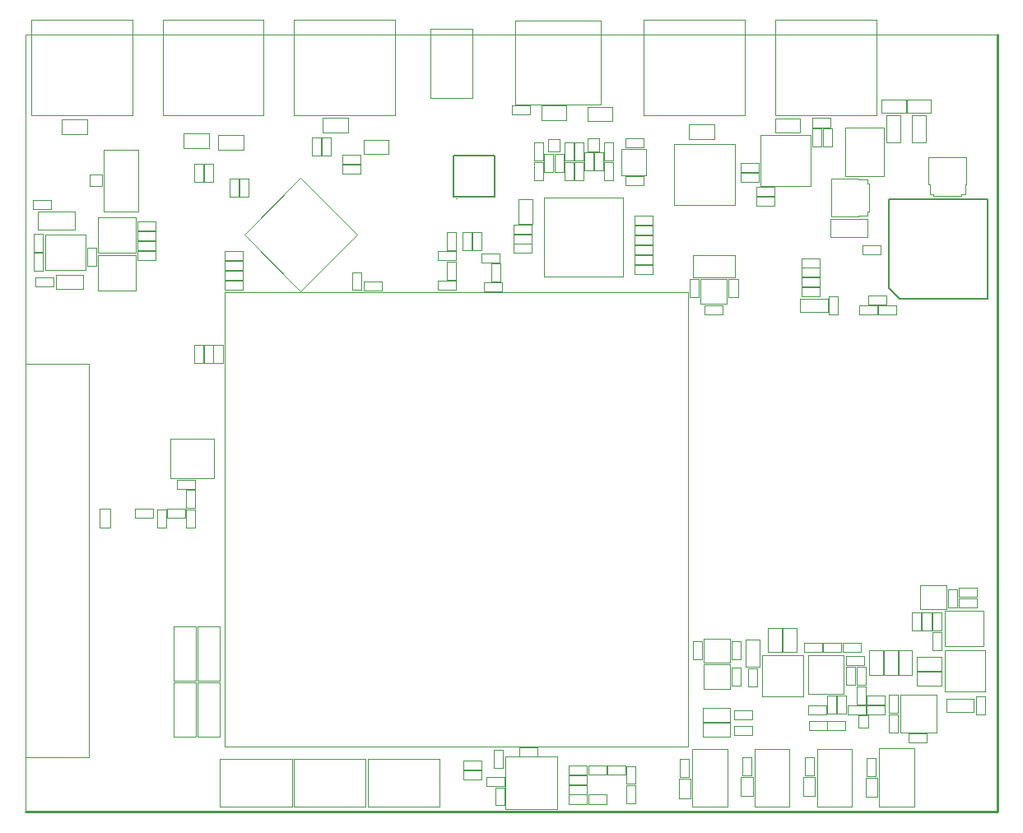
<source format=gbr>
%TF.GenerationSoftware,KiCad,Pcbnew,5.1.9+dfsg1-1*%
%TF.CreationDate,2022-02-15T13:48:39+01:00*%
%TF.ProjectId,sc606-baseboard,73633630-362d-4626-9173-65626f617264,rev?*%
%TF.SameCoordinates,Original*%
%TF.FileFunction,Other,User*%
%FSLAX46Y46*%
G04 Gerber Fmt 4.6, Leading zero omitted, Abs format (unit mm)*
G04 Created by KiCad (PCBNEW 5.1.9+dfsg1-1) date 2022-02-15 13:48:39 commit a4fbcb5*
%MOMM*%
%LPD*%
G01*
G04 APERTURE LIST*
%TA.AperFunction,Profile*%
%ADD10C,0.120000*%
%TD*%
%TA.AperFunction,Profile*%
%ADD11C,0.254000*%
%TD*%
%ADD12C,0.050000*%
%ADD13C,0.150000*%
%ADD14C,0.100000*%
G04 APERTURE END LIST*
D10*
X175600000Y-42400000D02*
X75600000Y-42400000D01*
D11*
X175600000Y-42400000D02*
X175600000Y-122400000D01*
D10*
X75600000Y-122400000D02*
X75600000Y-42400000D01*
D11*
X175600000Y-122400000D02*
X75600000Y-122400000D01*
D12*
%TO.C,C22*%
X161370000Y-70330000D02*
X163230000Y-70330000D01*
X161370000Y-71270000D02*
X161370000Y-70330000D01*
X163230000Y-71270000D02*
X161370000Y-71270000D01*
X163230000Y-70330000D02*
X163230000Y-71270000D01*
%TO.C,U7*%
X128925000Y-67295000D02*
X128925000Y-59195000D01*
X137025000Y-59195000D02*
X137025000Y-67295000D01*
X128925000Y-59195000D02*
X137025000Y-59195000D01*
X137025000Y-67295000D02*
X128925000Y-67295000D01*
%TO.C,U6*%
X124950000Y-122100010D02*
X130250000Y-122100010D01*
X124950000Y-116700010D02*
X124950000Y-122100010D01*
X130250000Y-116700010D02*
X130250000Y-122100010D01*
X124950000Y-116700010D02*
X130250000Y-116700010D01*
D13*
%TO.C,ANT1*%
X119990000Y-59265000D02*
X119990000Y-59265000D01*
X119650000Y-59100000D02*
X123850000Y-59100000D01*
X123850000Y-59100000D02*
X123850000Y-54900000D01*
X123850000Y-54900000D02*
X119650000Y-54900000D01*
X119650000Y-54900000D02*
X119650000Y-59100000D01*
D12*
%TO.C,M1*%
X143750000Y-68950000D02*
X96050000Y-68950000D01*
X96050000Y-68950000D02*
X96050000Y-115650000D01*
X96050000Y-115650000D02*
X143750000Y-115650000D01*
X143750000Y-115650000D02*
X143750000Y-68950000D01*
%TO.C,U9*%
X83650000Y-60680000D02*
X83650000Y-54320000D01*
X87150000Y-54320000D02*
X87150000Y-60680000D01*
X87150000Y-54320000D02*
X83650000Y-54320000D01*
X87150000Y-60680000D02*
X83650000Y-60680000D01*
%TO.C,R174*%
X76370000Y-60370000D02*
X76370000Y-59430000D01*
X76370000Y-59430000D02*
X78230000Y-59430000D01*
X78230000Y-59430000D02*
X78230000Y-60370000D01*
X78230000Y-60370000D02*
X76370000Y-60370000D01*
%TO.C,R173*%
X81930000Y-64370000D02*
X82870000Y-64370000D01*
X82870000Y-64370000D02*
X82870000Y-66230000D01*
X82870000Y-66230000D02*
X81930000Y-66230000D01*
X81930000Y-66230000D02*
X81930000Y-64370000D01*
%TO.C,R172*%
X76570000Y-68370000D02*
X76570000Y-67430000D01*
X76570000Y-67430000D02*
X78430000Y-67430000D01*
X78430000Y-67430000D02*
X78430000Y-68370000D01*
X78430000Y-68370000D02*
X76570000Y-68370000D01*
%TO.C,R171*%
X77370000Y-66730000D02*
X76430000Y-66730000D01*
X76430000Y-66730000D02*
X76430000Y-64870000D01*
X76430000Y-64870000D02*
X77370000Y-64870000D01*
X77370000Y-64870000D02*
X77370000Y-66730000D01*
%TO.C,IC4*%
X81800000Y-62975000D02*
X81800000Y-66625000D01*
X81800000Y-66625000D02*
X77600000Y-66625000D01*
X77600000Y-66625000D02*
X77600000Y-62975000D01*
X77600000Y-62975000D02*
X81800000Y-62975000D01*
%TO.C,D24*%
X81500000Y-67190000D02*
X81500000Y-68610000D01*
X78700000Y-67190000D02*
X78700000Y-68610000D01*
X81500000Y-68610000D02*
X78700000Y-68610000D01*
X81500000Y-67190000D02*
X78700000Y-67190000D01*
%TO.C,C161*%
X80700000Y-60670000D02*
X80700000Y-62530000D01*
X76900000Y-60670000D02*
X76900000Y-62530000D01*
X80700000Y-62530000D02*
X76900000Y-62530000D01*
X80700000Y-60670000D02*
X76900000Y-60670000D01*
%TO.C,C160*%
X76430000Y-62970000D02*
X77370000Y-62970000D01*
X77370000Y-62970000D02*
X77370000Y-64830000D01*
X77370000Y-64830000D02*
X76430000Y-64830000D01*
X76430000Y-64830000D02*
X76430000Y-62970000D01*
D13*
%TO.C,L2*%
X174600000Y-69600000D02*
X165500000Y-69600000D01*
X164400000Y-68500000D02*
X164400000Y-59400000D01*
X164400000Y-68500000D02*
X165500000Y-69600000D01*
X174600000Y-69600000D02*
X174600000Y-59400000D01*
X164400000Y-59400000D02*
X174600000Y-59400000D01*
D12*
%TO.C,Q10*%
X162353800Y-60632179D02*
X162353800Y-57767821D01*
X162228800Y-60632179D02*
X162353800Y-60632179D01*
X162228800Y-61028800D02*
X162228800Y-60632179D01*
X161240207Y-61028800D02*
X162228800Y-61028800D01*
X161240207Y-61153501D02*
X161240207Y-61028800D01*
X158446200Y-61153501D02*
X161240207Y-61153501D01*
X161240207Y-57246499D02*
X158446200Y-57246499D01*
X161240207Y-57371200D02*
X161240207Y-57246499D01*
X162228800Y-57371200D02*
X161240207Y-57371200D01*
X162228800Y-57767821D02*
X162228800Y-57371200D01*
X162353800Y-57767821D02*
X162228800Y-57767821D01*
X158446200Y-57246499D02*
X158446200Y-61153501D01*
%TO.C,Q11*%
X169017821Y-59003800D02*
X171882179Y-59003800D01*
X169017821Y-58878800D02*
X169017821Y-59003800D01*
X168621200Y-58878800D02*
X169017821Y-58878800D01*
X168621200Y-57890207D02*
X168621200Y-58878800D01*
X168496499Y-57890207D02*
X168621200Y-57890207D01*
X168496499Y-55096200D02*
X168496499Y-57890207D01*
X172403501Y-57890207D02*
X172403501Y-55096200D01*
X172278800Y-57890207D02*
X172403501Y-57890207D01*
X172278800Y-58878800D02*
X172278800Y-57890207D01*
X171882179Y-58878800D02*
X172278800Y-58878800D01*
X171882179Y-59003800D02*
X171882179Y-58878800D01*
X172403501Y-55096200D02*
X168496499Y-55096200D01*
%TO.C,R169*%
X163650000Y-50510000D02*
X163650000Y-49090000D01*
X166010000Y-50510000D02*
X163790000Y-50510000D01*
X166150000Y-49090000D02*
X166150000Y-50510000D01*
X163790000Y-49090000D02*
X166010000Y-49090000D01*
X163790000Y-50510000D02*
X163650000Y-50510000D01*
X163790000Y-49090000D02*
X163650000Y-49090000D01*
X166010000Y-49090000D02*
X166150000Y-49090000D01*
X166010000Y-50510000D02*
X166150000Y-50510000D01*
%TO.C,R168*%
X168750000Y-49090000D02*
X168750000Y-50510000D01*
X166390000Y-49090000D02*
X168610000Y-49090000D01*
X166250000Y-50510000D02*
X166250000Y-49090000D01*
X168610000Y-50510000D02*
X166390000Y-50510000D01*
X168610000Y-49090000D02*
X168750000Y-49090000D01*
X168610000Y-50510000D02*
X168750000Y-50510000D01*
X166390000Y-50510000D02*
X166250000Y-50510000D01*
X166390000Y-49090000D02*
X166250000Y-49090000D01*
%TO.C,D37*%
X165610000Y-53500000D02*
X164190000Y-53500000D01*
X165610000Y-50700000D02*
X164190000Y-50700000D01*
X164190000Y-53500000D02*
X164190000Y-50700000D01*
X165610000Y-53500000D02*
X165610000Y-50700000D01*
%TO.C,D36*%
X168210000Y-53500000D02*
X166790000Y-53500000D01*
X168210000Y-50700000D02*
X166790000Y-50700000D01*
X166790000Y-53500000D02*
X166790000Y-50700000D01*
X168210000Y-53500000D02*
X168210000Y-50700000D01*
%TO.C,C153*%
X158400000Y-63230000D02*
X158400000Y-61370000D01*
X162200000Y-63230000D02*
X162200000Y-61370000D01*
X158400000Y-61370000D02*
X162200000Y-61370000D01*
X158400000Y-63230000D02*
X162200000Y-63230000D01*
%TO.C,U12*%
X151200000Y-58000000D02*
X156400000Y-58000000D01*
X151200000Y-52800000D02*
X156400000Y-52800000D01*
X156400000Y-52800000D02*
X156400000Y-58000000D01*
X151200000Y-52800000D02*
X151200000Y-58000000D01*
D14*
%TO.C,D34*%
X159900000Y-57000000D02*
X159900000Y-52000000D01*
X163900000Y-52000000D02*
X159900000Y-52000000D01*
X159900000Y-57000000D02*
X163900000Y-57000000D01*
X163900000Y-52000000D02*
X163900000Y-57000000D01*
D12*
%TO.C,R145*%
X150770000Y-59080000D02*
X152630000Y-59080000D01*
X150770000Y-60020000D02*
X150770000Y-59080000D01*
X152630000Y-60020000D02*
X150770000Y-60020000D01*
X152630000Y-59080000D02*
X152630000Y-60020000D01*
%TO.C,R144*%
X149170000Y-55630000D02*
X151030000Y-55630000D01*
X149170000Y-56570000D02*
X149170000Y-55630000D01*
X151030000Y-56570000D02*
X149170000Y-56570000D01*
X151030000Y-55630000D02*
X151030000Y-56570000D01*
%TO.C,R143*%
X152630000Y-59020000D02*
X150770000Y-59020000D01*
X152630000Y-58080000D02*
X152630000Y-59020000D01*
X150770000Y-58080000D02*
X152630000Y-58080000D01*
X150770000Y-59020000D02*
X150770000Y-58080000D01*
%TO.C,R142*%
X151030000Y-57570000D02*
X149170000Y-57570000D01*
X151030000Y-56630000D02*
X151030000Y-57570000D01*
X149170000Y-56630000D02*
X151030000Y-56630000D01*
X149170000Y-57570000D02*
X149170000Y-56630000D01*
%TO.C,C146*%
X158430000Y-51970000D02*
X156570000Y-51970000D01*
X158430000Y-51030000D02*
X158430000Y-51970000D01*
X156570000Y-51030000D02*
X158430000Y-51030000D01*
X156570000Y-51970000D02*
X156570000Y-51030000D01*
%TO.C,C145*%
X157630000Y-53930000D02*
X157630000Y-52070000D01*
X158570000Y-53930000D02*
X157630000Y-53930000D01*
X158570000Y-52070000D02*
X158570000Y-53930000D01*
X157630000Y-52070000D02*
X158570000Y-52070000D01*
%TO.C,C144*%
X157470000Y-52070000D02*
X157470000Y-53930000D01*
X156530000Y-52070000D02*
X157470000Y-52070000D01*
X156530000Y-53930000D02*
X156530000Y-52070000D01*
X157470000Y-53930000D02*
X156530000Y-53930000D01*
%TO.C,J6*%
X76200000Y-40930000D02*
X86600000Y-40930000D01*
X86600000Y-50730000D02*
X86600000Y-40930000D01*
X76200000Y-50730000D02*
X76200000Y-40930000D01*
X76200000Y-50730000D02*
X86600000Y-50730000D01*
%TO.C,J12*%
X152700000Y-40930000D02*
X163100000Y-40930000D01*
X163100000Y-50730000D02*
X163100000Y-40930000D01*
X152700000Y-50730000D02*
X152700000Y-40930000D01*
X152700000Y-50730000D02*
X163100000Y-50730000D01*
%TO.C,J9*%
X139200000Y-40930000D02*
X149600000Y-40930000D01*
X149600000Y-50730000D02*
X149600000Y-40930000D01*
X139200000Y-50730000D02*
X139200000Y-40930000D01*
X139200000Y-50730000D02*
X149600000Y-50730000D01*
D14*
%TO.C,D7*%
X155300000Y-51050000D02*
X152700000Y-51050000D01*
X152700000Y-52550000D02*
X155300000Y-52550000D01*
X152700000Y-51050000D02*
X152700000Y-52550000D01*
X155300000Y-52550000D02*
X155300000Y-51050000D01*
D12*
%TO.C,J11*%
X89700000Y-50730000D02*
X100100000Y-50730000D01*
X89700000Y-50730000D02*
X89700000Y-40930000D01*
X100100000Y-50730000D02*
X100100000Y-40930000D01*
X89700000Y-40930000D02*
X100100000Y-40930000D01*
%TO.C,J10*%
X103200000Y-50730000D02*
X113600000Y-50730000D01*
X103200000Y-50730000D02*
X103200000Y-40930000D01*
X113600000Y-50730000D02*
X113600000Y-40930000D01*
X103200000Y-40930000D02*
X113600000Y-40930000D01*
D14*
%TO.C,D6*%
X135980000Y-51350000D02*
X135980000Y-49850000D01*
X133380000Y-49850000D02*
X133380000Y-51350000D01*
X133380000Y-51350000D02*
X135980000Y-51350000D01*
X135980000Y-49850000D02*
X133380000Y-49850000D01*
%TO.C,D29*%
X131250000Y-51250000D02*
X131250000Y-49750000D01*
X128650000Y-49750000D02*
X128650000Y-51250000D01*
X128650000Y-51250000D02*
X131250000Y-51250000D01*
X131250000Y-49750000D02*
X128650000Y-49750000D01*
%TO.C,D21*%
X143850000Y-53200000D02*
X146450000Y-53200000D01*
X146450000Y-51700000D02*
X143850000Y-51700000D01*
X146450000Y-53200000D02*
X146450000Y-51700000D01*
X143850000Y-51700000D02*
X143850000Y-53200000D01*
D12*
%TO.C,D9*%
X144241000Y-67400000D02*
X144241000Y-65100000D01*
X144241000Y-65100000D02*
X148559000Y-65100000D01*
X148559000Y-65100000D02*
X148559000Y-67400000D01*
X144241000Y-67400000D02*
X148559000Y-67400000D01*
D14*
%TO.C,D32*%
X91850000Y-52600000D02*
X91850000Y-54100000D01*
X94450000Y-54100000D02*
X94450000Y-52600000D01*
X94450000Y-52600000D02*
X91850000Y-52600000D01*
X91850000Y-54100000D02*
X94450000Y-54100000D01*
%TO.C,D31*%
X95400000Y-52800000D02*
X95400000Y-54300000D01*
X98000000Y-54300000D02*
X98000000Y-52800000D01*
X98000000Y-52800000D02*
X95400000Y-52800000D01*
X95400000Y-54300000D02*
X98000000Y-54300000D01*
%TO.C,D28*%
X110350000Y-53250000D02*
X110350000Y-54750000D01*
X112950000Y-54750000D02*
X112950000Y-53250000D01*
X112950000Y-53250000D02*
X110350000Y-53250000D01*
X110350000Y-54750000D02*
X112950000Y-54750000D01*
%TO.C,D27*%
X106150000Y-51000000D02*
X106150000Y-52500000D01*
X108750000Y-52500000D02*
X108750000Y-51000000D01*
X108750000Y-51000000D02*
X106150000Y-51000000D01*
X106150000Y-52500000D02*
X108750000Y-52500000D01*
D12*
%TO.C,J14*%
X121575000Y-41825000D02*
X121575000Y-48975000D01*
X117225000Y-41825000D02*
X121575000Y-41825000D01*
X117225000Y-48975000D02*
X117225000Y-41825000D01*
X121575000Y-48975000D02*
X117225000Y-48975000D01*
%TO.C,C172*%
X93150000Y-108900000D02*
X93150000Y-103300000D01*
X90850000Y-108900000D02*
X93150000Y-108900000D01*
X90850000Y-103300000D02*
X90850000Y-108900000D01*
X93150000Y-103300000D02*
X90850000Y-103300000D01*
%TO.C,C171*%
X95550000Y-108900000D02*
X95550000Y-103300000D01*
X93250000Y-108900000D02*
X95550000Y-108900000D01*
X93250000Y-103300000D02*
X93250000Y-108900000D01*
X95550000Y-103300000D02*
X93250000Y-103300000D01*
%TO.C,S4*%
X144200000Y-115900000D02*
X147800000Y-115900000D01*
X147800000Y-115900000D02*
X147800000Y-121900000D01*
X147800000Y-121900000D02*
X144200000Y-121900000D01*
X144200000Y-121900000D02*
X144200000Y-115900000D01*
%TO.C,R162*%
X142930000Y-118830000D02*
X142930000Y-116970000D01*
X143870000Y-118830000D02*
X142930000Y-118830000D01*
X143870000Y-116970000D02*
X143870000Y-118830000D01*
X142930000Y-116970000D02*
X143870000Y-116970000D01*
%TO.C,D33*%
X142800000Y-119000000D02*
X144000000Y-119000000D01*
X144000000Y-121000000D02*
X142800000Y-121000000D01*
X142800000Y-121000000D02*
X142800000Y-119000000D01*
X144000000Y-119000000D02*
X144000000Y-121000000D01*
%TO.C,U2*%
X170150000Y-101675000D02*
X174150000Y-101675000D01*
X170150000Y-101675000D02*
X170150000Y-105325000D01*
X170150000Y-105325000D02*
X174150000Y-105325000D01*
X174150000Y-105325000D02*
X174150000Y-101675000D01*
%TO.C,R137*%
X97520000Y-57220000D02*
X97520000Y-59080000D01*
X96580000Y-57220000D02*
X97520000Y-57220000D01*
X96580000Y-59080000D02*
X96580000Y-57220000D01*
X97520000Y-59080000D02*
X96580000Y-59080000D01*
%TO.C,R136*%
X98520000Y-57220000D02*
X98520000Y-59080000D01*
X97580000Y-57220000D02*
X98520000Y-57220000D01*
X97580000Y-59080000D02*
X97580000Y-57220000D01*
X98520000Y-59080000D02*
X97580000Y-59080000D01*
%TO.C,R133*%
X110030000Y-55720000D02*
X108170000Y-55720000D01*
X110030000Y-54780000D02*
X110030000Y-55720000D01*
X108170000Y-54780000D02*
X110030000Y-54780000D01*
X108170000Y-55720000D02*
X108170000Y-54780000D01*
%TO.C,R130*%
X110030000Y-56720000D02*
X108170000Y-56720000D01*
X110030000Y-55780000D02*
X110030000Y-56720000D01*
X108170000Y-55780000D02*
X110030000Y-55780000D01*
X108170000Y-56720000D02*
X108170000Y-55780000D01*
%TO.C,R29*%
X168770000Y-101870000D02*
X168770000Y-103730000D01*
X167830000Y-101870000D02*
X168770000Y-101870000D01*
X167830000Y-103730000D02*
X167830000Y-101870000D01*
X168770000Y-103730000D02*
X167830000Y-103730000D01*
%TO.C,R28*%
X169820000Y-101870000D02*
X169820000Y-103730000D01*
X168880000Y-101870000D02*
X169820000Y-101870000D01*
X168880000Y-103730000D02*
X168880000Y-101870000D01*
X169820000Y-103730000D02*
X168880000Y-103730000D01*
%TO.C,R18*%
X170480000Y-101330000D02*
X170480000Y-99470000D01*
X171420000Y-101330000D02*
X170480000Y-101330000D01*
X171420000Y-99470000D02*
X171420000Y-101330000D01*
X170480000Y-99470000D02*
X171420000Y-99470000D01*
%TO.C,R17*%
X171605000Y-100430000D02*
X173465000Y-100430000D01*
X171605000Y-101370000D02*
X171605000Y-100430000D01*
X173465000Y-101370000D02*
X171605000Y-101370000D01*
X173465000Y-100430000D02*
X173465000Y-101370000D01*
D14*
%TO.C,L3*%
X174350000Y-105800000D02*
X170150000Y-105800000D01*
X170150000Y-110000000D02*
X174350000Y-110000000D01*
X170150000Y-105800000D02*
X170150000Y-110000000D01*
X174350000Y-110000000D02*
X174350000Y-105800000D01*
D12*
%TO.C,C41*%
X167440000Y-107990000D02*
X167300000Y-107990000D01*
X167440000Y-109410000D02*
X167300000Y-109410000D01*
X169660000Y-109410000D02*
X169800000Y-109410000D01*
X169660000Y-107990000D02*
X169800000Y-107990000D01*
X169660000Y-109410000D02*
X167440000Y-109410000D01*
X167300000Y-109410000D02*
X167300000Y-107990000D01*
X167440000Y-107990000D02*
X169660000Y-107990000D01*
X169800000Y-107990000D02*
X169800000Y-109410000D01*
%TO.C,C39*%
X167440000Y-106490000D02*
X167300000Y-106490000D01*
X167440000Y-107910000D02*
X167300000Y-107910000D01*
X169660000Y-107910000D02*
X169800000Y-107910000D01*
X169660000Y-106490000D02*
X169800000Y-106490000D01*
X169660000Y-107910000D02*
X167440000Y-107910000D01*
X167300000Y-107910000D02*
X167300000Y-106490000D01*
X167440000Y-106490000D02*
X169660000Y-106490000D01*
X169800000Y-106490000D02*
X169800000Y-107910000D01*
%TO.C,C34*%
X169820000Y-103870000D02*
X169820000Y-105730000D01*
X168880000Y-103870000D02*
X169820000Y-103870000D01*
X168880000Y-105730000D02*
X168880000Y-103870000D01*
X169820000Y-105730000D02*
X168880000Y-105730000D01*
%TO.C,C32*%
X171620000Y-99330000D02*
X173480000Y-99330000D01*
X171620000Y-100270000D02*
X171620000Y-99330000D01*
X173480000Y-100270000D02*
X171620000Y-100270000D01*
X173480000Y-99330000D02*
X173480000Y-100270000D01*
%TO.C,L20*%
X83250000Y-91250000D02*
X83250000Y-93150000D01*
X84350000Y-91250000D02*
X84350000Y-93150000D01*
X83250000Y-91250000D02*
X84350000Y-91250000D01*
X83250000Y-93150000D02*
X84350000Y-93150000D01*
%TO.C,C150*%
X92930000Y-57630000D02*
X92930000Y-55770000D01*
X93870000Y-57630000D02*
X92930000Y-57630000D01*
X93870000Y-55770000D02*
X93870000Y-57630000D01*
X92930000Y-55770000D02*
X93870000Y-55770000D01*
%TO.C,C148*%
X93930000Y-57630000D02*
X93930000Y-55770000D01*
X94870000Y-57630000D02*
X93930000Y-57630000D01*
X94870000Y-55770000D02*
X94870000Y-57630000D01*
X93930000Y-55770000D02*
X94870000Y-55770000D01*
%TO.C,R129*%
X89130000Y-93115000D02*
X89130000Y-91255000D01*
X90070000Y-93115000D02*
X89130000Y-93115000D01*
X90070000Y-91255000D02*
X90070000Y-93115000D01*
X89130000Y-91255000D02*
X90070000Y-91255000D01*
%TO.C,R128*%
X90170000Y-91230000D02*
X92030000Y-91230000D01*
X90170000Y-92170000D02*
X90170000Y-91230000D01*
X92030000Y-92170000D02*
X90170000Y-92170000D01*
X92030000Y-91230000D02*
X92030000Y-92170000D01*
%TO.C,R127*%
X92130000Y-93130000D02*
X92130000Y-91270000D01*
X93070000Y-93130000D02*
X92130000Y-93130000D01*
X93070000Y-91270000D02*
X93070000Y-93130000D01*
X92130000Y-91270000D02*
X93070000Y-91270000D01*
%TO.C,R126*%
X124470000Y-65970000D02*
X124470000Y-67830000D01*
X123530000Y-65970000D02*
X124470000Y-65970000D01*
X123530000Y-67830000D02*
X123530000Y-65970000D01*
X124470000Y-67830000D02*
X123530000Y-67830000D01*
%TO.C,E1*%
X75600000Y-116790000D02*
X75600000Y-76290000D01*
X75600000Y-76290000D02*
X82100000Y-76290000D01*
X82100000Y-76290000D02*
X82100000Y-116790000D01*
X82100000Y-116790000D02*
X75600000Y-116790000D01*
%TO.C,J4*%
X134800000Y-49600000D02*
X134800000Y-41000000D01*
X134800000Y-41000000D02*
X126000000Y-41000000D01*
X126000000Y-41000000D02*
X126000000Y-49600000D01*
X126000000Y-49600000D02*
X134800000Y-49600000D01*
%TO.C,U15*%
X98080511Y-63000000D02*
X103900000Y-68819489D01*
X103900000Y-57180511D02*
X109719489Y-63000000D01*
X109719489Y-63000000D02*
X103900000Y-68819489D01*
X103900000Y-57180511D02*
X98080511Y-63000000D01*
%TO.C,U13*%
X148550000Y-53720000D02*
X148550000Y-59980000D01*
X142290000Y-59980000D02*
X142290000Y-53720000D01*
X142290000Y-59980000D02*
X148550000Y-59980000D01*
X142290000Y-53720000D02*
X148550000Y-53720000D01*
%TO.C,U4*%
X161300000Y-112500000D02*
X162300000Y-112500000D01*
X161300000Y-113700000D02*
X161300000Y-112500000D01*
X162300000Y-113700000D02*
X161300000Y-113700000D01*
X162300000Y-112500000D02*
X162300000Y-113700000D01*
%TO.C,U3*%
X159725000Y-106300000D02*
X159725000Y-110300000D01*
X159725000Y-106300000D02*
X156075000Y-106300000D01*
X156075000Y-106300000D02*
X156075000Y-110300000D01*
X156075000Y-110300000D02*
X159725000Y-110300000D01*
%TO.C,S3*%
X163400000Y-115850000D02*
X167000000Y-115850000D01*
X167000000Y-115850000D02*
X167000000Y-121850000D01*
X167000000Y-121850000D02*
X163400000Y-121850000D01*
X163400000Y-121850000D02*
X163400000Y-115850000D01*
%TO.C,S2*%
X150600000Y-115900000D02*
X154200000Y-115900000D01*
X154200000Y-115900000D02*
X154200000Y-121900000D01*
X154200000Y-121900000D02*
X150600000Y-121900000D01*
X150600000Y-121900000D02*
X150600000Y-115900000D01*
%TO.C,S1*%
X157000000Y-115900000D02*
X160600000Y-115900000D01*
X160600000Y-115900000D02*
X160600000Y-121900000D01*
X160600000Y-121900000D02*
X157000000Y-121900000D01*
X157000000Y-121900000D02*
X157000000Y-115900000D01*
%TO.C,R124*%
X106970000Y-53020000D02*
X106970000Y-54880000D01*
X106030000Y-53020000D02*
X106970000Y-53020000D01*
X106030000Y-54880000D02*
X106030000Y-53020000D01*
X106970000Y-54880000D02*
X106030000Y-54880000D01*
%TO.C,R122*%
X105970000Y-53020000D02*
X105970000Y-54880000D01*
X105030000Y-53020000D02*
X105970000Y-53020000D01*
X105030000Y-54880000D02*
X105030000Y-53020000D01*
X105970000Y-54880000D02*
X105030000Y-54880000D01*
%TO.C,R117*%
X97930000Y-65670000D02*
X96070000Y-65670000D01*
X97930000Y-64730000D02*
X97930000Y-65670000D01*
X96070000Y-64730000D02*
X97930000Y-64730000D01*
X96070000Y-65670000D02*
X96070000Y-64730000D01*
%TO.C,R116*%
X97930000Y-66670000D02*
X96070000Y-66670000D01*
X97930000Y-65730000D02*
X97930000Y-66670000D01*
X96070000Y-65730000D02*
X97930000Y-65730000D01*
X96070000Y-66670000D02*
X96070000Y-65730000D01*
%TO.C,R115*%
X97930000Y-67670000D02*
X96070000Y-67670000D01*
X97930000Y-66730000D02*
X97930000Y-67670000D01*
X96070000Y-66730000D02*
X97930000Y-66730000D01*
X96070000Y-67670000D02*
X96070000Y-66730000D01*
%TO.C,R114*%
X97930000Y-68670000D02*
X96070000Y-68670000D01*
X97930000Y-67730000D02*
X97930000Y-68670000D01*
X96070000Y-67730000D02*
X97930000Y-67730000D01*
X96070000Y-68670000D02*
X96070000Y-67730000D01*
%TO.C,R112*%
X110170000Y-66870000D02*
X110170000Y-68730000D01*
X109230000Y-66870000D02*
X110170000Y-66870000D01*
X109230000Y-68730000D02*
X109230000Y-66870000D01*
X110170000Y-68730000D02*
X109230000Y-68730000D01*
%TO.C,R111*%
X87070000Y-64680000D02*
X88930000Y-64680000D01*
X87070000Y-65620000D02*
X87070000Y-64680000D01*
X88930000Y-65620000D02*
X87070000Y-65620000D01*
X88930000Y-64680000D02*
X88930000Y-65620000D01*
%TO.C,R110*%
X87070000Y-62680000D02*
X88930000Y-62680000D01*
X87070000Y-63620000D02*
X87070000Y-62680000D01*
X88930000Y-63620000D02*
X87070000Y-63620000D01*
X88930000Y-62680000D02*
X88930000Y-63620000D01*
%TO.C,R109*%
X87070000Y-63680000D02*
X88930000Y-63680000D01*
X87070000Y-64620000D02*
X87070000Y-63680000D01*
X88930000Y-64620000D02*
X87070000Y-64620000D01*
X88930000Y-63680000D02*
X88930000Y-64620000D01*
%TO.C,R108*%
X88930000Y-62620000D02*
X87070000Y-62620000D01*
X88930000Y-61680000D02*
X88930000Y-62620000D01*
X87070000Y-61680000D02*
X88930000Y-61680000D01*
X87070000Y-62620000D02*
X87070000Y-61680000D01*
%TO.C,R106*%
X173380000Y-112380000D02*
X173380000Y-110520000D01*
X174320000Y-112380000D02*
X173380000Y-112380000D01*
X174320000Y-110520000D02*
X174320000Y-112380000D01*
X173380000Y-110520000D02*
X174320000Y-110520000D01*
%TO.C,R105*%
X148470000Y-111980000D02*
X150330000Y-111980000D01*
X148470000Y-112920000D02*
X148470000Y-111980000D01*
X150330000Y-112920000D02*
X148470000Y-112920000D01*
X150330000Y-111980000D02*
X150330000Y-112920000D01*
%TO.C,R104*%
X150870000Y-107670000D02*
X150870000Y-109530000D01*
X149930000Y-107670000D02*
X150870000Y-107670000D01*
X149930000Y-109530000D02*
X149930000Y-107670000D01*
X150870000Y-109530000D02*
X149930000Y-109530000D01*
%TO.C,R103*%
X148470000Y-113580000D02*
X150330000Y-113580000D01*
X148470000Y-114520000D02*
X148470000Y-113580000D01*
X150330000Y-114520000D02*
X148470000Y-114520000D01*
X150330000Y-113580000D02*
X150330000Y-114520000D01*
%TO.C,R102*%
X159170000Y-69370000D02*
X159170000Y-71230000D01*
X158230000Y-69370000D02*
X159170000Y-69370000D01*
X158230000Y-71230000D02*
X158230000Y-69370000D01*
X159170000Y-71230000D02*
X158230000Y-71230000D01*
%TO.C,R97*%
X162130000Y-118730000D02*
X162130000Y-116870000D01*
X163070000Y-118730000D02*
X162130000Y-118730000D01*
X163070000Y-116870000D02*
X163070000Y-118730000D01*
X162130000Y-116870000D02*
X163070000Y-116870000D01*
%TO.C,R96*%
X149330000Y-118630000D02*
X149330000Y-116770000D01*
X150270000Y-118630000D02*
X149330000Y-118630000D01*
X150270000Y-116770000D02*
X150270000Y-118630000D01*
X149330000Y-116770000D02*
X150270000Y-116770000D01*
%TO.C,R95*%
X155730000Y-118630000D02*
X155730000Y-116770000D01*
X156670000Y-118630000D02*
X155730000Y-118630000D01*
X156670000Y-116770000D02*
X156670000Y-118630000D01*
X155730000Y-116770000D02*
X156670000Y-116770000D01*
%TO.C,R93*%
X119870000Y-65770000D02*
X119870000Y-67630000D01*
X118930000Y-65770000D02*
X119870000Y-65770000D01*
X118930000Y-67630000D02*
X118930000Y-65770000D01*
X119870000Y-67630000D02*
X118930000Y-67630000D01*
%TO.C,R91*%
X93070000Y-89270000D02*
X93070000Y-91130000D01*
X92130000Y-89270000D02*
X93070000Y-89270000D01*
X92130000Y-91130000D02*
X92130000Y-89270000D01*
X93070000Y-91130000D02*
X92130000Y-91130000D01*
%TO.C,R90*%
X125670000Y-49730000D02*
X127530000Y-49730000D01*
X125670000Y-50670000D02*
X125670000Y-49730000D01*
X127530000Y-50670000D02*
X125670000Y-50670000D01*
X127530000Y-49730000D02*
X127530000Y-50670000D01*
%TO.C,R85*%
X127940000Y-55420000D02*
X127940000Y-53560000D01*
X128880000Y-55420000D02*
X127940000Y-55420000D01*
X128880000Y-53560000D02*
X128880000Y-55420000D01*
X127940000Y-53560000D02*
X128880000Y-53560000D01*
%TO.C,R84*%
X131008571Y-55420000D02*
X131008571Y-53560000D01*
X131948571Y-55420000D02*
X131008571Y-55420000D01*
X131948571Y-53560000D02*
X131948571Y-55420000D01*
X131008571Y-53560000D02*
X131948571Y-53560000D01*
%TO.C,R83*%
X147930000Y-69480000D02*
X147930000Y-67620000D01*
X148870000Y-69480000D02*
X147930000Y-69480000D01*
X148870000Y-67620000D02*
X148870000Y-69480000D01*
X147930000Y-67620000D02*
X148870000Y-67620000D01*
%TO.C,R80*%
X147330000Y-71220000D02*
X145470000Y-71220000D01*
X147330000Y-70280000D02*
X147330000Y-71220000D01*
X145470000Y-70280000D02*
X147330000Y-70280000D01*
X145470000Y-71220000D02*
X145470000Y-70280000D01*
%TO.C,R79*%
X143930000Y-69480000D02*
X143930000Y-67620000D01*
X144870000Y-69480000D02*
X143930000Y-69480000D01*
X144870000Y-67620000D02*
X144870000Y-69480000D01*
X143930000Y-67620000D02*
X144870000Y-67620000D01*
%TO.C,R78*%
X149170000Y-104870000D02*
X149170000Y-106730000D01*
X148230000Y-104870000D02*
X149170000Y-104870000D01*
X148230000Y-106730000D02*
X148230000Y-104870000D01*
X149170000Y-106730000D02*
X148230000Y-106730000D01*
%TO.C,R77*%
X149170000Y-107570000D02*
X149170000Y-109430000D01*
X148230000Y-107570000D02*
X149170000Y-107570000D01*
X148230000Y-109430000D02*
X148230000Y-107570000D01*
X149170000Y-109430000D02*
X148230000Y-109430000D01*
%TO.C,R76*%
X132031428Y-55420000D02*
X132031428Y-53560000D01*
X132971428Y-55420000D02*
X132031428Y-55420000D01*
X132971428Y-53560000D02*
X132971428Y-55420000D01*
X132031428Y-53560000D02*
X132971428Y-53560000D01*
%TO.C,R75*%
X135100000Y-55420000D02*
X135100000Y-53560000D01*
X136040000Y-55420000D02*
X135100000Y-55420000D01*
X136040000Y-53560000D02*
X136040000Y-55420000D01*
X135100000Y-53560000D02*
X136040000Y-53560000D01*
%TO.C,R74*%
X137310000Y-57000000D02*
X139170000Y-57000000D01*
X137310000Y-57940000D02*
X137310000Y-57000000D01*
X139170000Y-57940000D02*
X137310000Y-57940000D01*
X139170000Y-57000000D02*
X139170000Y-57940000D01*
%TO.C,R70*%
X136040000Y-55570000D02*
X136040000Y-57430000D01*
X135100000Y-55570000D02*
X136040000Y-55570000D01*
X135100000Y-57430000D02*
X135100000Y-55570000D01*
X136040000Y-57430000D02*
X135100000Y-57430000D01*
%TO.C,R69*%
X132971428Y-55570000D02*
X132971428Y-57430000D01*
X132031428Y-55570000D02*
X132971428Y-55570000D01*
X132031428Y-57430000D02*
X132031428Y-55570000D01*
X132971428Y-57430000D02*
X132031428Y-57430000D01*
%TO.C,R66*%
X131948571Y-55570000D02*
X131948571Y-57430000D01*
X131008571Y-55570000D02*
X131948571Y-55570000D01*
X131008571Y-57430000D02*
X131008571Y-55570000D01*
X131948571Y-57430000D02*
X131008571Y-57430000D01*
%TO.C,R65*%
X128880000Y-55570000D02*
X128880000Y-57430000D01*
X127940000Y-55570000D02*
X128880000Y-55570000D01*
X127940000Y-57430000D02*
X127940000Y-55570000D01*
X128880000Y-57430000D02*
X127940000Y-57430000D01*
%TO.C,R58*%
X127710000Y-59540000D02*
X127710000Y-59400000D01*
X126290000Y-59540000D02*
X126290000Y-59400000D01*
X126290000Y-61760000D02*
X126290000Y-61900000D01*
X127710000Y-61760000D02*
X127710000Y-61900000D01*
X126290000Y-61760000D02*
X126290000Y-59540000D01*
X126290000Y-59400000D02*
X127710000Y-59400000D01*
X127710000Y-59540000D02*
X127710000Y-61760000D01*
X127710000Y-61900000D02*
X126290000Y-61900000D01*
%TO.C,R57*%
X140130000Y-62020000D02*
X138270000Y-62020000D01*
X140130000Y-61080000D02*
X140130000Y-62020000D01*
X138270000Y-61080000D02*
X140130000Y-61080000D01*
X138270000Y-62020000D02*
X138270000Y-61080000D01*
%TO.C,R54*%
X138270000Y-63130000D02*
X140130000Y-63130000D01*
X138270000Y-64070000D02*
X138270000Y-63130000D01*
X140130000Y-64070000D02*
X138270000Y-64070000D01*
X140130000Y-63130000D02*
X140130000Y-64070000D01*
%TO.C,R53*%
X140145000Y-63020000D02*
X138285000Y-63020000D01*
X140145000Y-62080000D02*
X140145000Y-63020000D01*
X138285000Y-62080000D02*
X140145000Y-62080000D01*
X138285000Y-63020000D02*
X138285000Y-62080000D01*
%TO.C,R51*%
X138270000Y-65130000D02*
X140130000Y-65130000D01*
X138270000Y-66070000D02*
X138270000Y-65130000D01*
X140130000Y-66070000D02*
X138270000Y-66070000D01*
X140130000Y-65130000D02*
X140130000Y-66070000D01*
%TO.C,R50*%
X138270000Y-64130000D02*
X140130000Y-64130000D01*
X138270000Y-65070000D02*
X138270000Y-64130000D01*
X140130000Y-65070000D02*
X138270000Y-65070000D01*
X140130000Y-64130000D02*
X140130000Y-65070000D01*
%TO.C,R49*%
X138270000Y-66130000D02*
X140130000Y-66130000D01*
X138270000Y-67070000D02*
X138270000Y-66130000D01*
X140130000Y-67070000D02*
X138270000Y-67070000D01*
X140130000Y-66130000D02*
X140130000Y-67070000D01*
%TO.C,R44*%
X123930000Y-121730000D02*
X123930000Y-119870000D01*
X124870000Y-121730000D02*
X123930000Y-121730000D01*
X124870000Y-119870000D02*
X124870000Y-121730000D01*
X123930000Y-119870000D02*
X124870000Y-119870000D01*
%TO.C,R43*%
X123020000Y-118830000D02*
X124880000Y-118830000D01*
X123020000Y-119770000D02*
X123020000Y-118830000D01*
X124880000Y-119770000D02*
X123020000Y-119770000D01*
X124880000Y-118830000D02*
X124880000Y-119770000D01*
%TO.C,R42*%
X120670000Y-118130000D02*
X122530000Y-118130000D01*
X120670000Y-119070000D02*
X120670000Y-118130000D01*
X122530000Y-119070000D02*
X120670000Y-119070000D01*
X122530000Y-118130000D02*
X122530000Y-119070000D01*
%TO.C,R41*%
X120670000Y-117130000D02*
X122530000Y-117130000D01*
X120670000Y-118070000D02*
X120670000Y-117130000D01*
X122530000Y-118070000D02*
X120670000Y-118070000D01*
X122530000Y-117130000D02*
X122530000Y-118070000D01*
%TO.C,R40*%
X123780000Y-117880000D02*
X123780000Y-116020000D01*
X124720000Y-117880000D02*
X123780000Y-117880000D01*
X124720000Y-116020000D02*
X124720000Y-117880000D01*
X123780000Y-116020000D02*
X124720000Y-116020000D01*
%TO.C,R39*%
X131470000Y-120630000D02*
X133330000Y-120630000D01*
X131470000Y-121570000D02*
X131470000Y-120630000D01*
X133330000Y-121570000D02*
X131470000Y-121570000D01*
X133330000Y-120630000D02*
X133330000Y-121570000D01*
%TO.C,R38*%
X131470000Y-117630000D02*
X133330000Y-117630000D01*
X131470000Y-118570000D02*
X131470000Y-117630000D01*
X133330000Y-118570000D02*
X131470000Y-118570000D01*
X133330000Y-117630000D02*
X133330000Y-118570000D01*
%TO.C,R37*%
X133330000Y-120570000D02*
X131470000Y-120570000D01*
X133330000Y-119630000D02*
X133330000Y-120570000D01*
X131470000Y-119630000D02*
X133330000Y-119630000D01*
X131470000Y-120570000D02*
X131470000Y-119630000D01*
%TO.C,R36*%
X133330000Y-119570000D02*
X131470000Y-119570000D01*
X133330000Y-118630000D02*
X133330000Y-119570000D01*
X131470000Y-118630000D02*
X133330000Y-118630000D01*
X131470000Y-119570000D02*
X131470000Y-118630000D01*
%TO.C,R35*%
X137330000Y-118570000D02*
X135470000Y-118570000D01*
X137330000Y-117630000D02*
X137330000Y-118570000D01*
X135470000Y-117630000D02*
X137330000Y-117630000D01*
X135470000Y-118570000D02*
X135470000Y-117630000D01*
%TO.C,R34*%
X137430000Y-121530000D02*
X137430000Y-119670000D01*
X138370000Y-121530000D02*
X137430000Y-121530000D01*
X138370000Y-119670000D02*
X138370000Y-121530000D01*
X137430000Y-119670000D02*
X138370000Y-119670000D01*
%TO.C,R33*%
X138370000Y-117670000D02*
X138370000Y-119530000D01*
X137430000Y-117670000D02*
X138370000Y-117670000D01*
X137430000Y-119530000D02*
X137430000Y-117670000D01*
X138370000Y-119530000D02*
X137430000Y-119530000D01*
%TO.C,R32*%
X166470000Y-114330000D02*
X168330000Y-114330000D01*
X166470000Y-115270000D02*
X166470000Y-114330000D01*
X168330000Y-115270000D02*
X166470000Y-115270000D01*
X168330000Y-114330000D02*
X168330000Y-115270000D01*
%TO.C,R31*%
X161530000Y-105970000D02*
X159670000Y-105970000D01*
X161530000Y-105030000D02*
X161530000Y-105970000D01*
X159670000Y-105030000D02*
X161530000Y-105030000D01*
X159670000Y-105970000D02*
X159670000Y-105030000D01*
%TO.C,R30*%
X159530000Y-105970000D02*
X157670000Y-105970000D01*
X159530000Y-105030000D02*
X159530000Y-105970000D01*
X157670000Y-105030000D02*
X159530000Y-105030000D01*
X157670000Y-105970000D02*
X157670000Y-105030000D01*
%TO.C,R27*%
X165320000Y-112370000D02*
X165320000Y-114230000D01*
X164380000Y-112370000D02*
X165320000Y-112370000D01*
X164380000Y-114230000D02*
X164380000Y-112370000D01*
X165320000Y-114230000D02*
X164380000Y-114230000D01*
%TO.C,R26*%
X161080000Y-111330000D02*
X161080000Y-109470000D01*
X162020000Y-111330000D02*
X161080000Y-111330000D01*
X162020000Y-109470000D02*
X162020000Y-111330000D01*
X161080000Y-109470000D02*
X162020000Y-109470000D01*
%TO.C,R25*%
X164380000Y-112230000D02*
X164380000Y-110370000D01*
X165320000Y-112230000D02*
X164380000Y-112230000D01*
X165320000Y-110370000D02*
X165320000Y-112230000D01*
X164380000Y-110370000D02*
X165320000Y-110370000D01*
%TO.C,R24*%
X158070000Y-113030000D02*
X159930000Y-113030000D01*
X158070000Y-113970000D02*
X158070000Y-113030000D01*
X159930000Y-113970000D02*
X158070000Y-113970000D01*
X159930000Y-113030000D02*
X159930000Y-113970000D01*
%TO.C,R23*%
X159970000Y-110470000D02*
X159970000Y-112330000D01*
X159030000Y-110470000D02*
X159970000Y-110470000D01*
X159030000Y-112330000D02*
X159030000Y-110470000D01*
X159970000Y-112330000D02*
X159030000Y-112330000D01*
%TO.C,R22*%
X156070000Y-111430000D02*
X157930000Y-111430000D01*
X156070000Y-112370000D02*
X156070000Y-111430000D01*
X157930000Y-112370000D02*
X156070000Y-112370000D01*
X157930000Y-111430000D02*
X157930000Y-112370000D01*
%TO.C,R21*%
X156155000Y-113030000D02*
X158015000Y-113030000D01*
X156155000Y-113970000D02*
X156155000Y-113030000D01*
X158015000Y-113970000D02*
X156155000Y-113970000D01*
X158015000Y-113030000D02*
X158015000Y-113970000D01*
%TO.C,R20*%
X161880000Y-107270000D02*
X160020000Y-107270000D01*
X161880000Y-106330000D02*
X161880000Y-107270000D01*
X160020000Y-106330000D02*
X161880000Y-106330000D01*
X160020000Y-107270000D02*
X160020000Y-106330000D01*
%TO.C,R19*%
X160920000Y-107455000D02*
X160920000Y-109315000D01*
X159980000Y-107455000D02*
X160920000Y-107455000D01*
X159980000Y-109315000D02*
X159980000Y-107455000D01*
X160920000Y-109315000D02*
X159980000Y-109315000D01*
%TO.C,R16*%
X167720000Y-101870000D02*
X167720000Y-103730000D01*
X166780000Y-101870000D02*
X167720000Y-101870000D01*
X166780000Y-103730000D02*
X166780000Y-101870000D01*
X167720000Y-103730000D02*
X166780000Y-103730000D01*
%TO.C,R12*%
X161670000Y-64130000D02*
X163530000Y-64130000D01*
X161670000Y-65070000D02*
X161670000Y-64130000D01*
X163530000Y-65070000D02*
X161670000Y-65070000D01*
X163530000Y-64130000D02*
X163530000Y-65070000D01*
%TO.C,R9*%
X162270000Y-69280000D02*
X164130000Y-69280000D01*
X162270000Y-70220000D02*
X162270000Y-69280000D01*
X164130000Y-70220000D02*
X162270000Y-70220000D01*
X164130000Y-69280000D02*
X164130000Y-70220000D01*
%TO.C,R6*%
X157330000Y-69370000D02*
X155470000Y-69370000D01*
X157330000Y-68430000D02*
X157330000Y-69370000D01*
X155470000Y-68430000D02*
X157330000Y-68430000D01*
X155470000Y-69370000D02*
X155470000Y-68430000D01*
%TO.C,R5*%
X155470000Y-66430000D02*
X157330000Y-66430000D01*
X155470000Y-67370000D02*
X155470000Y-66430000D01*
X157330000Y-67370000D02*
X155470000Y-67370000D01*
X157330000Y-66430000D02*
X157330000Y-67370000D01*
%TO.C,R4*%
X155470000Y-65430000D02*
X157330000Y-65430000D01*
X155470000Y-66370000D02*
X155470000Y-65430000D01*
X157330000Y-66370000D02*
X155470000Y-66370000D01*
X157330000Y-65430000D02*
X157330000Y-66370000D01*
%TO.C,R3*%
X121530000Y-64630000D02*
X121530000Y-62770000D01*
X122470000Y-64630000D02*
X121530000Y-64630000D01*
X122470000Y-62770000D02*
X122470000Y-64630000D01*
X121530000Y-62770000D02*
X122470000Y-62770000D01*
%TO.C,R2*%
X120530000Y-64630000D02*
X120530000Y-62770000D01*
X121470000Y-64630000D02*
X120530000Y-64630000D01*
X121470000Y-62770000D02*
X121470000Y-64630000D01*
X120530000Y-62770000D02*
X121470000Y-62770000D01*
%TO.C,Q8*%
X86950000Y-68775000D02*
X83050000Y-68775000D01*
X83050000Y-68775000D02*
X83050000Y-65125000D01*
X86950000Y-65125000D02*
X83050000Y-65125000D01*
X86950000Y-65125000D02*
X86950000Y-68775000D01*
%TO.C,Q7*%
X86950000Y-64875000D02*
X83050000Y-64875000D01*
X83050000Y-64875000D02*
X83050000Y-61225000D01*
X86950000Y-61225000D02*
X83050000Y-61225000D01*
X86950000Y-61225000D02*
X86950000Y-64875000D01*
D14*
%TO.C,Q6*%
X148050000Y-107050000D02*
X145350000Y-107050000D01*
X145350000Y-104550000D02*
X148050000Y-104550000D01*
X145350000Y-107050000D02*
X145350000Y-104550000D01*
X148050000Y-107050000D02*
X148050000Y-104550000D01*
%TO.C,Q5*%
X148050000Y-109750000D02*
X145350000Y-109750000D01*
X145350000Y-107250000D02*
X148050000Y-107250000D01*
X145350000Y-109750000D02*
X145350000Y-107250000D01*
X148050000Y-109750000D02*
X148050000Y-107250000D01*
%TO.C,Q4*%
X145050000Y-67600000D02*
X147750000Y-67600000D01*
X147750000Y-70100000D02*
X145050000Y-70100000D01*
X147750000Y-67600000D02*
X147750000Y-70100000D01*
X145050000Y-67600000D02*
X145050000Y-70100000D01*
%TO.C,Q3*%
X136890000Y-56890000D02*
X136890000Y-54190000D01*
X139390000Y-54190000D02*
X139390000Y-56890000D01*
X136890000Y-54190000D02*
X139390000Y-54190000D01*
X136890000Y-56890000D02*
X139390000Y-56890000D01*
D12*
%TO.C,Q2*%
X169275000Y-110350000D02*
X169275000Y-114250000D01*
X169275000Y-114250000D02*
X165625000Y-114250000D01*
X165625000Y-110350000D02*
X165625000Y-114250000D01*
X165625000Y-110350000D02*
X169275000Y-110350000D01*
D14*
%TO.C,Q1*%
X167650000Y-99050000D02*
X170350000Y-99050000D01*
X170350000Y-101550000D02*
X167650000Y-101550000D01*
X170350000Y-99050000D02*
X170350000Y-101550000D01*
X167650000Y-99050000D02*
X167650000Y-101550000D01*
D12*
%TO.C,L22*%
X83500000Y-56845000D02*
X83500000Y-58055000D01*
X82200000Y-56845000D02*
X83500000Y-56845000D01*
X82200000Y-58055000D02*
X82200000Y-56845000D01*
X83500000Y-58055000D02*
X82200000Y-58055000D01*
%TO.C,L19*%
X134615000Y-54430000D02*
X133405000Y-54430000D01*
X134615000Y-53130000D02*
X134615000Y-54430000D01*
X133405000Y-53130000D02*
X134615000Y-53130000D01*
X133405000Y-54430000D02*
X133405000Y-53130000D01*
%TO.C,L17*%
X130555000Y-54500000D02*
X129345000Y-54500000D01*
X130555000Y-53200000D02*
X130555000Y-54500000D01*
X129345000Y-53200000D02*
X130555000Y-53200000D01*
X129345000Y-54500000D02*
X129345000Y-53200000D01*
D14*
%TO.C,L4*%
X155600000Y-110500000D02*
X155600000Y-106300000D01*
X151400000Y-106300000D02*
X151400000Y-110500000D01*
X155600000Y-106300000D02*
X151400000Y-106300000D01*
X151400000Y-110500000D02*
X155600000Y-110500000D01*
D12*
%TO.C,J5*%
X90450000Y-84000000D02*
X94950000Y-84000000D01*
X90450000Y-84000000D02*
X90450000Y-88080000D01*
X94950000Y-84000000D02*
X94950000Y-88080000D01*
X90450000Y-88080000D02*
X94950000Y-88080000D01*
D14*
%TO.C,D20*%
X79350000Y-51150000D02*
X79350000Y-52650000D01*
X81950000Y-52650000D02*
X81950000Y-51150000D01*
X81950000Y-51150000D02*
X79350000Y-51150000D01*
X79350000Y-52650000D02*
X81950000Y-52650000D01*
D12*
%TO.C,D19*%
X170350000Y-112160000D02*
X173150000Y-112160000D01*
X170350000Y-110740000D02*
X173150000Y-110740000D01*
X173150000Y-112160000D02*
X173150000Y-110740000D01*
X170350000Y-112160000D02*
X170350000Y-110740000D01*
%TO.C,D18*%
X145305001Y-113155001D02*
X148105001Y-113155001D01*
X145305001Y-111735001D02*
X148105001Y-111735001D01*
X148105001Y-113155001D02*
X148105001Y-111735001D01*
X145305001Y-113155001D02*
X145305001Y-111735001D01*
%TO.C,D17*%
X149690000Y-104700000D02*
X149690000Y-107500000D01*
X151110000Y-104700000D02*
X151110000Y-107500000D01*
X149690000Y-107500000D02*
X151110000Y-107500000D01*
X149690000Y-104700000D02*
X151110000Y-104700000D01*
%TO.C,D15*%
X145300000Y-114660000D02*
X148100000Y-114660000D01*
X145300000Y-113240000D02*
X148100000Y-113240000D01*
X148100000Y-114660000D02*
X148100000Y-113240000D01*
X145300000Y-114660000D02*
X145300000Y-113240000D01*
%TO.C,D14*%
X155300000Y-71010000D02*
X158100000Y-71010000D01*
X155300000Y-69590000D02*
X158100000Y-69590000D01*
X158100000Y-71010000D02*
X158100000Y-69590000D01*
X155300000Y-71010000D02*
X155300000Y-69590000D01*
%TO.C,D13*%
X162000000Y-118885000D02*
X163200000Y-118885000D01*
X163200000Y-120885000D02*
X162000000Y-120885000D01*
X162000000Y-120885000D02*
X162000000Y-118885000D01*
X163200000Y-118885000D02*
X163200000Y-120885000D01*
%TO.C,D12*%
X149200000Y-118800000D02*
X150400000Y-118800000D01*
X150400000Y-120800000D02*
X149200000Y-120800000D01*
X149200000Y-120800000D02*
X149200000Y-118800000D01*
X150400000Y-118800000D02*
X150400000Y-120800000D01*
%TO.C,D11*%
X155600000Y-118785000D02*
X156800000Y-118785000D01*
X156800000Y-120785000D02*
X155600000Y-120785000D01*
X155600000Y-120785000D02*
X155600000Y-118785000D01*
X156800000Y-118785000D02*
X156800000Y-120785000D01*
%TO.C,D5*%
X103000000Y-121850000D02*
X95600000Y-121850000D01*
X95600000Y-121850000D02*
X95600000Y-116950000D01*
X95600000Y-116950000D02*
X103000000Y-116950000D01*
X103000000Y-116950000D02*
X103000000Y-121850000D01*
%TO.C,D4*%
X110600000Y-121850000D02*
X103200000Y-121850000D01*
X103200000Y-121850000D02*
X103200000Y-116950000D01*
X103200000Y-116950000D02*
X110600000Y-116950000D01*
X110600000Y-116950000D02*
X110600000Y-121850000D01*
%TO.C,D3*%
X118200000Y-121850000D02*
X110800000Y-121850000D01*
X110800000Y-121850000D02*
X110800000Y-116950000D01*
X110800000Y-116950000D02*
X118200000Y-116950000D01*
X118200000Y-116950000D02*
X118200000Y-121850000D01*
%TO.C,C133*%
X112230000Y-68770000D02*
X110370000Y-68770000D01*
X112230000Y-67830000D02*
X112230000Y-68770000D01*
X110370000Y-67830000D02*
X112230000Y-67830000D01*
X110370000Y-68770000D02*
X110370000Y-67830000D01*
%TO.C,C101*%
X118930000Y-64630000D02*
X118930000Y-62770000D01*
X119870000Y-64630000D02*
X118930000Y-64630000D01*
X119870000Y-62770000D02*
X119870000Y-64630000D01*
X118930000Y-62770000D02*
X119870000Y-62770000D01*
%TO.C,C98*%
X117970000Y-64730000D02*
X119830000Y-64730000D01*
X117970000Y-65670000D02*
X117970000Y-64730000D01*
X119830000Y-65670000D02*
X117970000Y-65670000D01*
X119830000Y-64730000D02*
X119830000Y-65670000D01*
%TO.C,C93*%
X117970000Y-67730000D02*
X119830000Y-67730000D01*
X117970000Y-68670000D02*
X117970000Y-67730000D01*
X119830000Y-68670000D02*
X117970000Y-68670000D01*
X119830000Y-67730000D02*
X119830000Y-68670000D01*
%TO.C,C92*%
X88730000Y-92170000D02*
X86870000Y-92170000D01*
X88730000Y-91230000D02*
X88730000Y-92170000D01*
X86870000Y-91230000D02*
X88730000Y-91230000D01*
X86870000Y-92170000D02*
X86870000Y-91230000D01*
%TO.C,C91*%
X122520000Y-64930000D02*
X124380000Y-64930000D01*
X122520000Y-65870000D02*
X122520000Y-64930000D01*
X124380000Y-65870000D02*
X122520000Y-65870000D01*
X124380000Y-64930000D02*
X124380000Y-65870000D01*
%TO.C,C90*%
X91170000Y-88230000D02*
X93030000Y-88230000D01*
X91170000Y-89170000D02*
X91170000Y-88230000D01*
X93030000Y-89170000D02*
X91170000Y-89170000D01*
X93030000Y-88230000D02*
X93030000Y-89170000D01*
%TO.C,C89*%
X122720000Y-67930000D02*
X124580000Y-67930000D01*
X122720000Y-68870000D02*
X122720000Y-67930000D01*
X124580000Y-68870000D02*
X122720000Y-68870000D01*
X124580000Y-67930000D02*
X124580000Y-68870000D01*
%TO.C,C80*%
X139170000Y-54060000D02*
X137310000Y-54060000D01*
X139170000Y-53120000D02*
X139170000Y-54060000D01*
X137310000Y-53120000D02*
X139170000Y-53120000D01*
X137310000Y-54060000D02*
X137310000Y-53120000D01*
%TO.C,C78*%
X134077142Y-56440000D02*
X134077142Y-54580000D01*
X135017142Y-56440000D02*
X134077142Y-56440000D01*
X135017142Y-54580000D02*
X135017142Y-56440000D01*
X134077142Y-54580000D02*
X135017142Y-54580000D01*
%TO.C,C77*%
X133054285Y-56440000D02*
X133054285Y-54580000D01*
X133994285Y-56440000D02*
X133054285Y-56440000D01*
X133994285Y-54580000D02*
X133994285Y-56440000D01*
X133054285Y-54580000D02*
X133994285Y-54580000D01*
%TO.C,C74*%
X130030000Y-56540000D02*
X130030000Y-54680000D01*
X130970000Y-56540000D02*
X130030000Y-56540000D01*
X130970000Y-54680000D02*
X130970000Y-56540000D01*
X130030000Y-54680000D02*
X130970000Y-54680000D01*
%TO.C,C73*%
X128930000Y-56540000D02*
X128930000Y-54680000D01*
X129870000Y-56540000D02*
X128930000Y-56540000D01*
X129870000Y-54680000D02*
X129870000Y-56540000D01*
X128930000Y-54680000D02*
X129870000Y-54680000D01*
%TO.C,C69*%
X125770000Y-61980000D02*
X127630000Y-61980000D01*
X125770000Y-62920000D02*
X125770000Y-61980000D01*
X127630000Y-62920000D02*
X125770000Y-62920000D01*
X127630000Y-61980000D02*
X127630000Y-62920000D01*
%TO.C,C68*%
X125770000Y-62980000D02*
X127630000Y-62980000D01*
X125770000Y-63920000D02*
X125770000Y-62980000D01*
X127630000Y-63920000D02*
X125770000Y-63920000D01*
X127630000Y-62980000D02*
X127630000Y-63920000D01*
%TO.C,C67*%
X127630000Y-64920000D02*
X125770000Y-64920000D01*
X127630000Y-63980000D02*
X127630000Y-64920000D01*
X125770000Y-63980000D02*
X127630000Y-63980000D01*
X125770000Y-64920000D02*
X125770000Y-63980000D01*
%TO.C,C46*%
X144230000Y-106730000D02*
X144230000Y-104870000D01*
X145170000Y-106730000D02*
X144230000Y-106730000D01*
X145170000Y-104870000D02*
X145170000Y-106730000D01*
X144230000Y-104870000D02*
X145170000Y-104870000D01*
%TO.C,C45*%
X133470000Y-117630000D02*
X135330000Y-117630000D01*
X133470000Y-118570000D02*
X133470000Y-117630000D01*
X135330000Y-118570000D02*
X133470000Y-118570000D01*
X135330000Y-117630000D02*
X135330000Y-118570000D01*
%TO.C,C44*%
X126420000Y-115730000D02*
X128280000Y-115730000D01*
X126420000Y-116670000D02*
X126420000Y-115730000D01*
X128280000Y-116670000D02*
X126420000Y-116670000D01*
X128280000Y-115730000D02*
X128280000Y-116670000D01*
%TO.C,C43*%
X133470000Y-120630000D02*
X135330000Y-120630000D01*
X133470000Y-121570000D02*
X133470000Y-120630000D01*
X135330000Y-121570000D02*
X133470000Y-121570000D01*
X135330000Y-120630000D02*
X135330000Y-121570000D01*
%TO.C,C42*%
X153410000Y-103590000D02*
X153410000Y-103450000D01*
X151990000Y-103590000D02*
X151990000Y-103450000D01*
X151990000Y-105810000D02*
X151990000Y-105950000D01*
X153410000Y-105810000D02*
X153410000Y-105950000D01*
X151990000Y-105810000D02*
X151990000Y-103590000D01*
X151990000Y-103450000D02*
X153410000Y-103450000D01*
X153410000Y-103590000D02*
X153410000Y-105810000D01*
X153410000Y-105950000D02*
X151990000Y-105950000D01*
%TO.C,C40*%
X154910000Y-103590000D02*
X154910000Y-103450000D01*
X153490000Y-103590000D02*
X153490000Y-103450000D01*
X153490000Y-105810000D02*
X153490000Y-105950000D01*
X154910000Y-105810000D02*
X154910000Y-105950000D01*
X153490000Y-105810000D02*
X153490000Y-103590000D01*
X153490000Y-103450000D02*
X154910000Y-103450000D01*
X154910000Y-103590000D02*
X154910000Y-105810000D01*
X154910000Y-105950000D02*
X153490000Y-105950000D01*
%TO.C,C38*%
X162120000Y-110430000D02*
X163980000Y-110430000D01*
X162120000Y-111370000D02*
X162120000Y-110430000D01*
X163980000Y-111370000D02*
X162120000Y-111370000D01*
X163980000Y-110430000D02*
X163980000Y-111370000D01*
%TO.C,C37*%
X162120000Y-111430000D02*
X163980000Y-111430000D01*
X162120000Y-112370000D02*
X162120000Y-111430000D01*
X163980000Y-112370000D02*
X162120000Y-112370000D01*
X163980000Y-111430000D02*
X163980000Y-112370000D01*
%TO.C,C36*%
X162030000Y-112370000D02*
X160170000Y-112370000D01*
X162030000Y-111430000D02*
X162030000Y-112370000D01*
X160170000Y-111430000D02*
X162030000Y-111430000D01*
X160170000Y-112370000D02*
X160170000Y-111430000D01*
%TO.C,C35*%
X157530000Y-105970000D02*
X155670000Y-105970000D01*
X157530000Y-105030000D02*
X157530000Y-105970000D01*
X155670000Y-105030000D02*
X157530000Y-105030000D01*
X155670000Y-105970000D02*
X155670000Y-105030000D01*
%TO.C,C33*%
X162020000Y-107470000D02*
X162020000Y-109330000D01*
X161080000Y-107470000D02*
X162020000Y-107470000D01*
X161080000Y-109330000D02*
X161080000Y-107470000D01*
X162020000Y-109330000D02*
X161080000Y-109330000D01*
%TO.C,C31*%
X158970000Y-110470000D02*
X158970000Y-112330000D01*
X158030000Y-110470000D02*
X158970000Y-110470000D01*
X158030000Y-112330000D02*
X158030000Y-110470000D01*
X158970000Y-112330000D02*
X158030000Y-112330000D01*
%TO.C,C30*%
X163810000Y-105940000D02*
X163810000Y-105800000D01*
X162390000Y-105940000D02*
X162390000Y-105800000D01*
X162390000Y-108160000D02*
X162390000Y-108300000D01*
X163810000Y-108160000D02*
X163810000Y-108300000D01*
X162390000Y-108160000D02*
X162390000Y-105940000D01*
X162390000Y-105800000D02*
X163810000Y-105800000D01*
X163810000Y-105940000D02*
X163810000Y-108160000D01*
X163810000Y-108300000D02*
X162390000Y-108300000D01*
%TO.C,C29*%
X165310000Y-105940000D02*
X165310000Y-105800000D01*
X163890000Y-105940000D02*
X163890000Y-105800000D01*
X163890000Y-108160000D02*
X163890000Y-108300000D01*
X165310000Y-108160000D02*
X165310000Y-108300000D01*
X163890000Y-108160000D02*
X163890000Y-105940000D01*
X163890000Y-105800000D02*
X165310000Y-105800000D01*
X165310000Y-105940000D02*
X165310000Y-108160000D01*
X165310000Y-108300000D02*
X163890000Y-108300000D01*
%TO.C,C28*%
X166810000Y-105940000D02*
X166810000Y-105800000D01*
X165390000Y-105940000D02*
X165390000Y-105800000D01*
X165390000Y-108160000D02*
X165390000Y-108300000D01*
X166810000Y-108160000D02*
X166810000Y-108300000D01*
X165390000Y-108160000D02*
X165390000Y-105940000D01*
X165390000Y-105800000D02*
X166810000Y-105800000D01*
X166810000Y-105940000D02*
X166810000Y-108160000D01*
X166810000Y-108300000D02*
X165390000Y-108300000D01*
%TO.C,C23*%
X165130000Y-71270000D02*
X163270000Y-71270000D01*
X165130000Y-70330000D02*
X165130000Y-71270000D01*
X163270000Y-70330000D02*
X165130000Y-70330000D01*
X163270000Y-71270000D02*
X163270000Y-70330000D01*
%TO.C,C20*%
X155470000Y-67430000D02*
X157330000Y-67430000D01*
X155470000Y-68370000D02*
X155470000Y-67430000D01*
X157330000Y-68370000D02*
X155470000Y-68370000D01*
X157330000Y-67430000D02*
X157330000Y-68370000D01*
%TO.C,C15*%
X93250000Y-114700000D02*
X95550000Y-114700000D01*
X95550000Y-114700000D02*
X95550000Y-109100000D01*
X95550000Y-109100000D02*
X93250000Y-109100000D01*
X93250000Y-109100000D02*
X93250000Y-114700000D01*
%TO.C,C13*%
X90850000Y-114700000D02*
X93150000Y-114700000D01*
X93150000Y-114700000D02*
X93150000Y-109100000D01*
X93150000Y-109100000D02*
X90850000Y-109100000D01*
X90850000Y-109100000D02*
X90850000Y-114700000D01*
%TO.C,C8*%
X93930000Y-76230000D02*
X93930000Y-74370000D01*
X94870000Y-76230000D02*
X93930000Y-76230000D01*
X94870000Y-74370000D02*
X94870000Y-76230000D01*
X93930000Y-74370000D02*
X94870000Y-74370000D01*
%TO.C,C6*%
X92930000Y-76230000D02*
X92930000Y-74370000D01*
X93870000Y-76230000D02*
X92930000Y-76230000D01*
X93870000Y-74370000D02*
X93870000Y-76230000D01*
X92930000Y-74370000D02*
X93870000Y-74370000D01*
%TO.C,C4*%
X94930000Y-76230000D02*
X94930000Y-74370000D01*
X95870000Y-76230000D02*
X94930000Y-76230000D01*
X95870000Y-74370000D02*
X95870000Y-76230000D01*
X94930000Y-74370000D02*
X95870000Y-74370000D01*
%TD*%
M02*

</source>
